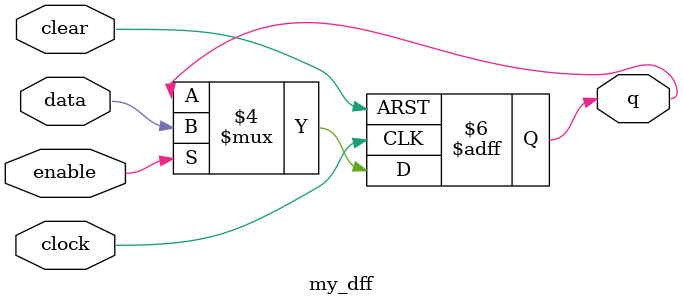
<source format=v>
module my_dff(data, clock, enable, clear, q);
	input data, clock, enable, clear;
	output q;
	reg q;
	
	initial begin
		q = 1'b0;
	end
	
	always @(posedge clock or posedge clear) begin
		if(clear) begin
			q = 1'b0;
		end
		else if(enable) begin
			q = data;
		end
	end
endmodule

</source>
